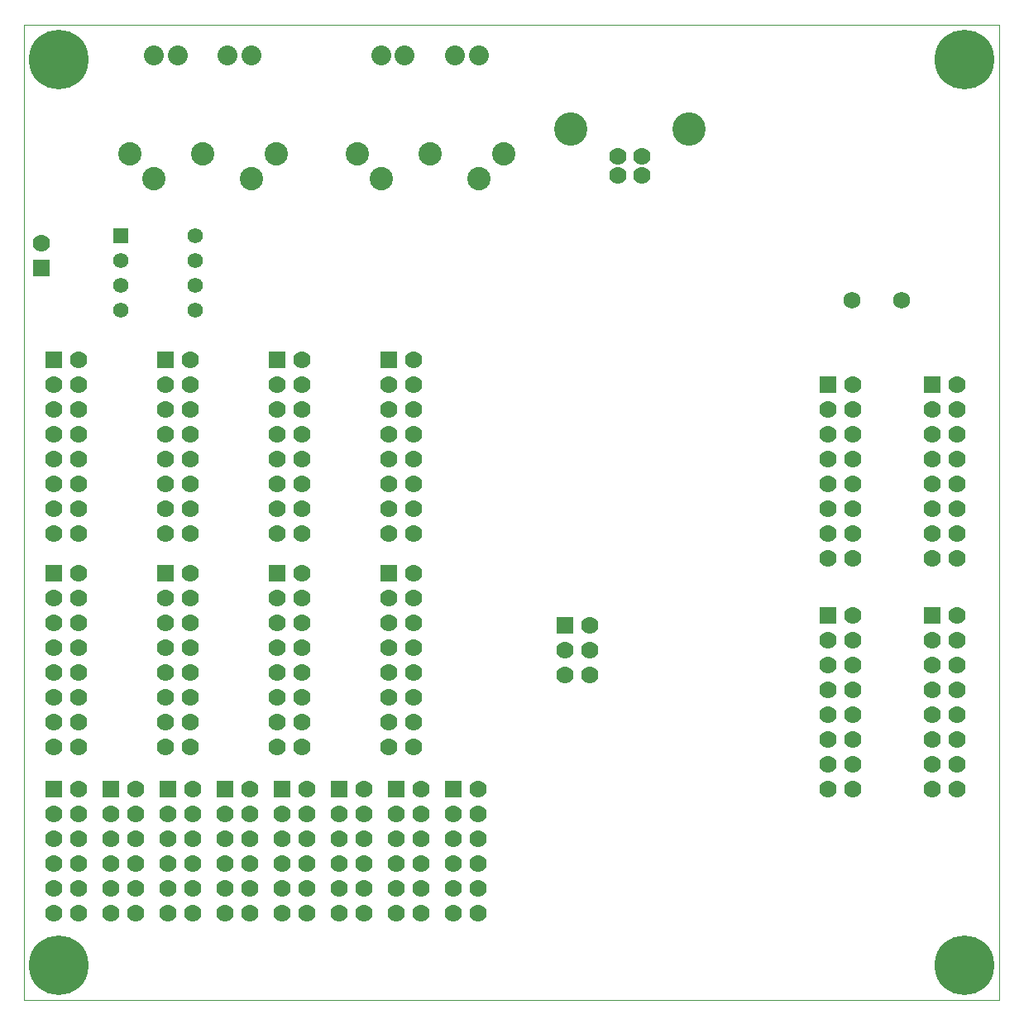
<source format=gbs>
G75*
%MOIN*%
%OFA0B0*%
%FSLAX25Y25*%
%IPPOS*%
%LPD*%
%AMOC8*
5,1,8,0,0,1.08239X$1,22.5*
%
%ADD10C,0.00000*%
%ADD11C,0.07000*%
%ADD12C,0.13400*%
%ADD13C,0.09400*%
%ADD14C,0.08000*%
%ADD15C,0.06900*%
%ADD16R,0.07000X0.07000*%
%ADD17R,0.06200X0.06200*%
%ADD18C,0.06200*%
%ADD19C,0.24022*%
D10*
X0001500Y0001500D02*
X0001500Y0394500D01*
X0394500Y0394500D01*
X0394500Y0001500D01*
X0001500Y0001500D01*
D11*
X0013500Y0036500D03*
X0013500Y0046500D03*
X0023500Y0046500D03*
X0023500Y0036500D03*
X0036500Y0036500D03*
X0036500Y0046500D03*
X0046500Y0046500D03*
X0046500Y0036500D03*
X0059500Y0036500D03*
X0059500Y0046500D03*
X0069500Y0046500D03*
X0069500Y0036500D03*
X0082500Y0036500D03*
X0082500Y0046500D03*
X0082500Y0056500D03*
X0082500Y0066500D03*
X0082500Y0076500D03*
X0092500Y0076500D03*
X0092500Y0086500D03*
X0105500Y0076500D03*
X0105500Y0066500D03*
X0105500Y0056500D03*
X0105500Y0046500D03*
X0105500Y0036500D03*
X0115500Y0036500D03*
X0115500Y0046500D03*
X0115500Y0056500D03*
X0115500Y0066500D03*
X0115500Y0076500D03*
X0115500Y0086500D03*
X0128500Y0076500D03*
X0138500Y0076500D03*
X0138500Y0086500D03*
X0151500Y0076500D03*
X0161500Y0076500D03*
X0161500Y0086500D03*
X0174500Y0076500D03*
X0184500Y0076500D03*
X0184500Y0086500D03*
X0184500Y0066500D03*
X0184500Y0056500D03*
X0174500Y0056500D03*
X0174500Y0066500D03*
X0161500Y0066500D03*
X0161500Y0056500D03*
X0151500Y0056500D03*
X0151500Y0066500D03*
X0138500Y0066500D03*
X0138500Y0056500D03*
X0128500Y0056500D03*
X0128500Y0066500D03*
X0128500Y0046500D03*
X0128500Y0036500D03*
X0138500Y0036500D03*
X0138500Y0046500D03*
X0151500Y0046500D03*
X0151500Y0036500D03*
X0161500Y0036500D03*
X0161500Y0046500D03*
X0174500Y0046500D03*
X0174500Y0036500D03*
X0184500Y0036500D03*
X0184500Y0046500D03*
X0158500Y0103500D03*
X0158500Y0113500D03*
X0158500Y0123500D03*
X0158500Y0133500D03*
X0158500Y0143500D03*
X0158500Y0153500D03*
X0158500Y0163500D03*
X0158500Y0173500D03*
X0148500Y0163500D03*
X0148500Y0153500D03*
X0148500Y0143500D03*
X0148500Y0133500D03*
X0148500Y0123500D03*
X0148500Y0113500D03*
X0148500Y0103500D03*
X0113500Y0103500D03*
X0113500Y0113500D03*
X0103500Y0113500D03*
X0103500Y0103500D03*
X0103500Y0123500D03*
X0103500Y0133500D03*
X0113500Y0133500D03*
X0113500Y0123500D03*
X0113500Y0143500D03*
X0113500Y0153500D03*
X0103500Y0153500D03*
X0103500Y0143500D03*
X0103500Y0163500D03*
X0113500Y0163500D03*
X0113500Y0173500D03*
X0113500Y0189500D03*
X0103500Y0189500D03*
X0103500Y0199500D03*
X0103500Y0209500D03*
X0113500Y0209500D03*
X0113500Y0199500D03*
X0113500Y0219500D03*
X0113500Y0229500D03*
X0103500Y0229500D03*
X0103500Y0219500D03*
X0103500Y0239500D03*
X0113500Y0239500D03*
X0113500Y0249500D03*
X0113500Y0259500D03*
X0103500Y0249500D03*
X0068500Y0249500D03*
X0068500Y0259500D03*
X0058500Y0249500D03*
X0058500Y0239500D03*
X0058500Y0229500D03*
X0058500Y0219500D03*
X0058500Y0209500D03*
X0058500Y0199500D03*
X0058500Y0189500D03*
X0068500Y0189500D03*
X0068500Y0199500D03*
X0068500Y0209500D03*
X0068500Y0219500D03*
X0068500Y0229500D03*
X0068500Y0239500D03*
X0023500Y0239500D03*
X0013500Y0239500D03*
X0013500Y0229500D03*
X0013500Y0219500D03*
X0023500Y0219500D03*
X0023500Y0229500D03*
X0023500Y0209500D03*
X0023500Y0199500D03*
X0013500Y0199500D03*
X0013500Y0209500D03*
X0013500Y0189500D03*
X0023500Y0189500D03*
X0023500Y0173500D03*
X0023500Y0163500D03*
X0013500Y0163500D03*
X0013500Y0153500D03*
X0013500Y0143500D03*
X0023500Y0143500D03*
X0023500Y0153500D03*
X0023500Y0133500D03*
X0023500Y0123500D03*
X0013500Y0123500D03*
X0013500Y0133500D03*
X0013500Y0113500D03*
X0013500Y0103500D03*
X0023500Y0103500D03*
X0023500Y0113500D03*
X0023500Y0086500D03*
X0023500Y0076500D03*
X0013500Y0076500D03*
X0013500Y0066500D03*
X0013500Y0056500D03*
X0023500Y0056500D03*
X0023500Y0066500D03*
X0036500Y0066500D03*
X0036500Y0056500D03*
X0046500Y0056500D03*
X0046500Y0066500D03*
X0046500Y0076500D03*
X0046500Y0086500D03*
X0036500Y0076500D03*
X0059500Y0076500D03*
X0069500Y0076500D03*
X0069500Y0086500D03*
X0068500Y0103500D03*
X0068500Y0113500D03*
X0068500Y0123500D03*
X0068500Y0133500D03*
X0068500Y0143500D03*
X0068500Y0153500D03*
X0068500Y0163500D03*
X0068500Y0173500D03*
X0058500Y0163500D03*
X0058500Y0153500D03*
X0058500Y0143500D03*
X0058500Y0133500D03*
X0058500Y0123500D03*
X0058500Y0113500D03*
X0058500Y0103500D03*
X0059500Y0066500D03*
X0059500Y0056500D03*
X0069500Y0056500D03*
X0069500Y0066500D03*
X0092500Y0066500D03*
X0092500Y0056500D03*
X0092500Y0046500D03*
X0092500Y0036500D03*
X0219500Y0132500D03*
X0219500Y0142500D03*
X0229500Y0142500D03*
X0229500Y0132500D03*
X0229500Y0152500D03*
X0158500Y0189500D03*
X0158500Y0199500D03*
X0158500Y0209500D03*
X0158500Y0219500D03*
X0158500Y0229500D03*
X0158500Y0239500D03*
X0158500Y0249500D03*
X0158500Y0259500D03*
X0148500Y0249500D03*
X0148500Y0239500D03*
X0148500Y0229500D03*
X0148500Y0219500D03*
X0148500Y0209500D03*
X0148500Y0199500D03*
X0148500Y0189500D03*
X0023500Y0249500D03*
X0023500Y0259500D03*
X0013500Y0249500D03*
X0008500Y0306500D03*
X0240579Y0333700D03*
X0240579Y0341500D03*
X0250421Y0341500D03*
X0250421Y0333700D03*
X0335500Y0249500D03*
X0335500Y0239500D03*
X0325500Y0239500D03*
X0325500Y0229500D03*
X0325500Y0219500D03*
X0335500Y0219500D03*
X0335500Y0229500D03*
X0335500Y0209500D03*
X0335500Y0199500D03*
X0325500Y0199500D03*
X0325500Y0209500D03*
X0325500Y0189500D03*
X0325500Y0179500D03*
X0335500Y0179500D03*
X0335500Y0189500D03*
X0367500Y0189500D03*
X0367500Y0179500D03*
X0377500Y0179500D03*
X0377500Y0189500D03*
X0377500Y0199500D03*
X0377500Y0209500D03*
X0377500Y0219500D03*
X0377500Y0229500D03*
X0377500Y0239500D03*
X0377500Y0249500D03*
X0367500Y0239500D03*
X0367500Y0229500D03*
X0367500Y0219500D03*
X0367500Y0209500D03*
X0367500Y0199500D03*
X0377500Y0156500D03*
X0377500Y0146500D03*
X0377500Y0136500D03*
X0377500Y0126500D03*
X0377500Y0116500D03*
X0377500Y0106500D03*
X0377500Y0096500D03*
X0377500Y0086500D03*
X0367500Y0086500D03*
X0367500Y0096500D03*
X0367500Y0106500D03*
X0367500Y0116500D03*
X0367500Y0126500D03*
X0367500Y0136500D03*
X0367500Y0146500D03*
X0335500Y0146500D03*
X0335500Y0136500D03*
X0325500Y0136500D03*
X0325500Y0146500D03*
X0335500Y0156500D03*
X0335500Y0126500D03*
X0335500Y0116500D03*
X0325500Y0116500D03*
X0325500Y0126500D03*
X0325500Y0106500D03*
X0325500Y0096500D03*
X0335500Y0096500D03*
X0335500Y0106500D03*
X0335500Y0086500D03*
X0325500Y0086500D03*
D12*
X0269200Y0352200D03*
X0221800Y0352200D03*
D13*
X0194635Y0342227D03*
X0184635Y0332306D03*
X0164989Y0342187D03*
X0145265Y0332266D03*
X0135540Y0342227D03*
X0103135Y0342227D03*
X0093135Y0332306D03*
X0073489Y0342187D03*
X0053765Y0332266D03*
X0044040Y0342227D03*
D14*
X0053735Y0382027D03*
X0063335Y0382027D03*
X0083435Y0382027D03*
X0093135Y0382027D03*
X0145235Y0382027D03*
X0154835Y0382027D03*
X0174935Y0382027D03*
X0184635Y0382027D03*
D15*
X0335000Y0283500D03*
X0355000Y0283500D03*
D16*
X0367500Y0249500D03*
X0325500Y0249500D03*
X0325500Y0156500D03*
X0367500Y0156500D03*
X0219500Y0152500D03*
X0174500Y0086500D03*
X0151500Y0086500D03*
X0128500Y0086500D03*
X0105500Y0086500D03*
X0082500Y0086500D03*
X0059500Y0086500D03*
X0036500Y0086500D03*
X0013500Y0086500D03*
X0013500Y0173500D03*
X0058500Y0173500D03*
X0103500Y0173500D03*
X0148500Y0173500D03*
X0148500Y0259500D03*
X0103500Y0259500D03*
X0058500Y0259500D03*
X0013500Y0259500D03*
X0008500Y0296500D03*
D17*
X0040500Y0309500D03*
D18*
X0040500Y0299500D03*
X0040500Y0289500D03*
X0040500Y0279500D03*
X0070500Y0279500D03*
X0070500Y0289500D03*
X0070500Y0299500D03*
X0070500Y0309500D03*
D19*
X0015500Y0380500D03*
X0015500Y0015500D03*
X0380500Y0015500D03*
X0380500Y0380500D03*
M02*

</source>
